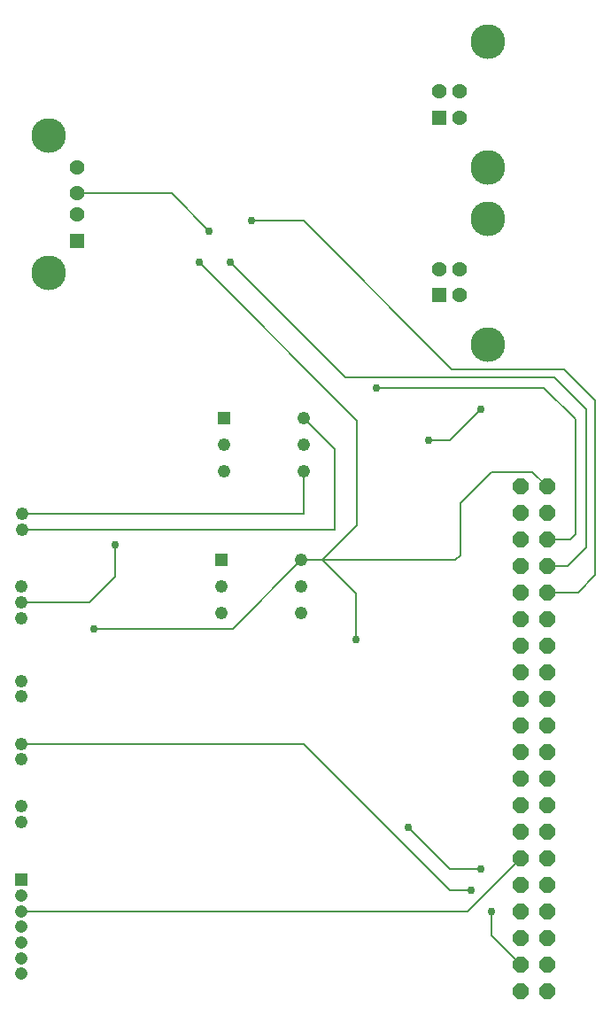
<source format=gbr>
G04 EAGLE Gerber RS-274X export*
G75*
%MOMM*%
%FSLAX34Y34*%
%LPD*%
%INBottom Copper*%
%IPPOS*%
%AMOC8*
5,1,8,0,0,1.08239X$1,22.5*%
G01*
G04 Define Apertures*
%ADD10P,1.64956X8X292.5*%
%ADD11R,1.241000X1.241000*%
%ADD12C,1.241000*%
%ADD13C,3.316000*%
%ADD14C,1.428000*%
%ADD15R,1.428000X1.428000*%
%ADD16C,1.244600*%
%ADD17R,1.208000X1.208000*%
%ADD18C,1.208000*%
%ADD19C,0.152400*%
%ADD20C,0.756400*%
D10*
X547300Y576300D03*
X572700Y576300D03*
X547300Y550900D03*
X572700Y550900D03*
X547300Y525500D03*
X572700Y525500D03*
X547300Y500100D03*
X572700Y500100D03*
X547300Y474700D03*
X572700Y474700D03*
X547300Y449300D03*
X572700Y449300D03*
X547300Y423900D03*
X572700Y423900D03*
X547300Y398500D03*
X572700Y398500D03*
X547300Y373100D03*
X572700Y373100D03*
X547300Y347700D03*
X572700Y347700D03*
X547300Y322300D03*
X572700Y322300D03*
X547300Y296900D03*
X572700Y296900D03*
X547300Y271500D03*
X572700Y271500D03*
X547300Y246100D03*
X572700Y246100D03*
X547300Y220700D03*
X572700Y220700D03*
X547300Y195300D03*
X572700Y195300D03*
X547300Y169900D03*
X572700Y169900D03*
X547300Y144500D03*
X572700Y144500D03*
X547300Y119100D03*
X572700Y119100D03*
X547300Y93700D03*
X572700Y93700D03*
D11*
X264200Y641600D03*
D12*
X264200Y616200D03*
X264200Y590800D03*
X340400Y590800D03*
X340400Y616200D03*
X340400Y641600D03*
D11*
X261900Y505400D03*
D12*
X261900Y480000D03*
X261900Y454600D03*
X338100Y454600D03*
X338100Y480000D03*
X338100Y505400D03*
D13*
X516640Y831600D03*
X516640Y711200D03*
D14*
X469540Y783900D03*
X489540Y783900D03*
D15*
X469540Y758900D03*
D14*
X489540Y758900D03*
D13*
X516640Y1001160D03*
X516640Y880760D03*
D14*
X469540Y953460D03*
X489540Y953460D03*
D15*
X469540Y928460D03*
D14*
X489540Y928460D03*
D15*
X123460Y810960D03*
D14*
X123460Y835960D03*
X123460Y855960D03*
X123460Y880960D03*
D13*
X96360Y780260D03*
X96360Y911660D03*
D16*
X71383Y550000D03*
X71383Y535000D03*
X70000Y480000D03*
X70000Y465000D03*
X70000Y450000D03*
X70000Y390000D03*
X70000Y375000D03*
X70000Y330000D03*
X70000Y315000D03*
X70000Y270000D03*
X70000Y255000D03*
D17*
X70000Y200000D03*
D18*
X70000Y185000D03*
X70000Y170000D03*
X70000Y155000D03*
X70000Y140000D03*
X70000Y125000D03*
X70000Y110000D03*
D19*
X340400Y550000D02*
X340400Y590800D01*
X340400Y550000D02*
X71383Y550000D01*
X135000Y465000D02*
X160000Y490000D01*
X160000Y520000D01*
D20*
X160000Y520000D03*
D19*
X135000Y465000D02*
X70000Y465000D01*
D20*
X250000Y819892D03*
D19*
X213932Y855960D01*
X123460Y855960D01*
D20*
X270000Y790000D03*
D19*
X380000Y680000D01*
X580000Y680000D01*
X610000Y650000D01*
X610000Y517400D01*
X592700Y500100D01*
X572700Y500100D01*
D20*
X290000Y830000D03*
D19*
X340000Y830000D01*
X481952Y688048D01*
X589452Y688048D01*
X619178Y658322D01*
X619178Y491178D01*
X602700Y474700D01*
X572700Y474700D01*
X572700Y525500D02*
X595500Y525500D01*
X600000Y530000D01*
X600000Y640000D01*
X570000Y670000D01*
X410000Y670000D01*
D20*
X410000Y670000D03*
X510000Y650000D03*
D19*
X480000Y620000D01*
X460000Y620000D01*
D20*
X460000Y620000D03*
D19*
X391350Y538650D02*
X358100Y505400D01*
X338100Y505400D01*
D20*
X240000Y790000D03*
D19*
X391350Y638650D01*
X391350Y538650D01*
X338100Y505400D02*
X272700Y440000D01*
X140000Y440000D01*
D20*
X140000Y440000D03*
D19*
X559000Y590000D02*
X572700Y576300D01*
X559000Y590000D02*
X520000Y590000D01*
X490000Y560000D01*
X490000Y510000D01*
X485400Y505400D01*
X358100Y505400D01*
D20*
X390000Y430000D03*
D19*
X390000Y473500D01*
X358100Y505400D01*
X547300Y220700D02*
X496600Y170000D01*
X70000Y170000D01*
D20*
X510000Y210000D03*
D19*
X480000Y210000D01*
X440000Y250000D01*
D20*
X440000Y250000D03*
D19*
X520000Y146400D02*
X547300Y119100D01*
X520000Y146400D02*
X520000Y170000D01*
D20*
X520000Y170000D03*
X500000Y190000D03*
D19*
X480000Y190000D01*
X340000Y330000D01*
X70000Y330000D01*
X370000Y612000D02*
X340400Y641600D01*
X370000Y612000D02*
X370000Y535000D01*
X71383Y535000D01*
M02*

</source>
